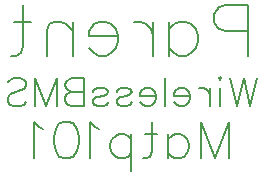
<source format=gbo>
G04 Layer: BottomSilkscreenLayer*
G04 EasyEDA v6.5.40, 2024-02-04 04:02:13*
G04 e3b7e928b75e4f6ab1737eb406526b54,153482dac41149f1974aef67bcea995d,10*
G04 Gerber Generator version 0.2*
G04 Scale: 100 percent, Rotated: No, Reflected: No *
G04 Dimensions in millimeters *
G04 leading zeros omitted , absolute positions ,4 integer and 5 decimal *
%FSLAX45Y45*%
%MOMM*%

%ADD10C,0.2032*%

%LPD*%
D10*
X2844800Y8569391D02*
G01*
X2844800Y8139846D01*
X2844800Y8569391D02*
G01*
X2660708Y8569391D01*
X2599347Y8548936D01*
X2578892Y8528481D01*
X2558437Y8487572D01*
X2558437Y8426208D01*
X2578892Y8385299D01*
X2599347Y8364844D01*
X2660708Y8344390D01*
X2844800Y8344390D01*
X2177983Y8426208D02*
G01*
X2177983Y8139846D01*
X2177983Y8364844D02*
G01*
X2218893Y8405754D01*
X2259802Y8426208D01*
X2321163Y8426208D01*
X2362072Y8405754D01*
X2402982Y8364844D01*
X2423436Y8303480D01*
X2423436Y8262571D01*
X2402982Y8201207D01*
X2362072Y8160298D01*
X2321163Y8139846D01*
X2259802Y8139846D01*
X2218893Y8160298D01*
X2177983Y8201207D01*
X2042982Y8426208D02*
G01*
X2042982Y8139846D01*
X2042982Y8303480D02*
G01*
X2022528Y8364844D01*
X1981619Y8405754D01*
X1940709Y8426208D01*
X1879348Y8426208D01*
X1744347Y8303480D02*
G01*
X1498894Y8303480D01*
X1498894Y8344390D01*
X1519349Y8385299D01*
X1539803Y8405754D01*
X1580710Y8426208D01*
X1642074Y8426208D01*
X1682983Y8405754D01*
X1723892Y8364844D01*
X1744347Y8303480D01*
X1744347Y8262571D01*
X1723892Y8201207D01*
X1682983Y8160298D01*
X1642074Y8139846D01*
X1580710Y8139846D01*
X1539803Y8160298D01*
X1498894Y8201207D01*
X1363893Y8426208D02*
G01*
X1363893Y8139846D01*
X1363893Y8344390D02*
G01*
X1302529Y8405754D01*
X1261620Y8426208D01*
X1200256Y8426208D01*
X1159349Y8405754D01*
X1138895Y8344390D01*
X1138895Y8139846D01*
X942530Y8569391D02*
G01*
X942530Y8221662D01*
X922075Y8160298D01*
X881166Y8139846D01*
X840257Y8139846D01*
X1003894Y8426208D02*
G01*
X860712Y8426208D01*
X2921010Y7948472D02*
G01*
X2864192Y7709837D01*
X2807373Y7948472D02*
G01*
X2864192Y7709837D01*
X2807373Y7948472D02*
G01*
X2750555Y7709837D01*
X2693738Y7948472D02*
G01*
X2750555Y7709837D01*
X2618737Y7948472D02*
G01*
X2607373Y7937108D01*
X2596012Y7948472D01*
X2607373Y7959836D01*
X2618737Y7948472D01*
X2607373Y7868927D02*
G01*
X2607373Y7709837D01*
X2521010Y7868927D02*
G01*
X2521010Y7709837D01*
X2521010Y7800746D02*
G01*
X2509647Y7834835D01*
X2486919Y7857563D01*
X2464193Y7868927D01*
X2430101Y7868927D01*
X2355103Y7800746D02*
G01*
X2218738Y7800746D01*
X2218738Y7823471D01*
X2230102Y7846199D01*
X2241466Y7857563D01*
X2264194Y7868927D01*
X2298283Y7868927D01*
X2321011Y7857563D01*
X2343739Y7834835D01*
X2355103Y7800746D01*
X2355103Y7778018D01*
X2343739Y7743926D01*
X2321011Y7721198D01*
X2298283Y7709837D01*
X2264194Y7709837D01*
X2241466Y7721198D01*
X2218738Y7743926D01*
X2143739Y7948472D02*
G01*
X2143739Y7709837D01*
X2068738Y7800746D02*
G01*
X1932376Y7800746D01*
X1932376Y7823471D01*
X1943740Y7846199D01*
X1955104Y7857563D01*
X1977829Y7868927D01*
X2011921Y7868927D01*
X2034649Y7857563D01*
X2057374Y7834835D01*
X2068738Y7800746D01*
X2068738Y7778018D01*
X2057374Y7743926D01*
X2034649Y7721198D01*
X2011921Y7709837D01*
X1977829Y7709837D01*
X1955104Y7721198D01*
X1932376Y7743926D01*
X1732376Y7834835D02*
G01*
X1743740Y7857563D01*
X1777829Y7868927D01*
X1811921Y7868927D01*
X1846011Y7857563D01*
X1857375Y7834835D01*
X1846011Y7812107D01*
X1823285Y7800746D01*
X1766465Y7789382D01*
X1743740Y7778018D01*
X1732376Y7755290D01*
X1732376Y7743926D01*
X1743740Y7721198D01*
X1777829Y7709837D01*
X1811921Y7709837D01*
X1846011Y7721198D01*
X1857375Y7743926D01*
X1532376Y7834835D02*
G01*
X1543740Y7857563D01*
X1577830Y7868927D01*
X1611922Y7868927D01*
X1646011Y7857563D01*
X1657375Y7834835D01*
X1646011Y7812107D01*
X1623286Y7800746D01*
X1566466Y7789382D01*
X1543740Y7778018D01*
X1532376Y7755290D01*
X1532376Y7743926D01*
X1543740Y7721198D01*
X1577830Y7709837D01*
X1611922Y7709837D01*
X1646011Y7721198D01*
X1657375Y7743926D01*
X1457375Y7948472D02*
G01*
X1457375Y7709837D01*
X1457375Y7948472D02*
G01*
X1355105Y7948472D01*
X1321013Y7937108D01*
X1309649Y7925744D01*
X1298285Y7903016D01*
X1298285Y7880291D01*
X1309649Y7857563D01*
X1321013Y7846199D01*
X1355105Y7834835D01*
X1457375Y7834835D02*
G01*
X1355105Y7834835D01*
X1321013Y7823471D01*
X1309649Y7812107D01*
X1298285Y7789382D01*
X1298285Y7755290D01*
X1309649Y7732562D01*
X1321013Y7721198D01*
X1355105Y7709837D01*
X1457375Y7709837D01*
X1223286Y7948472D02*
G01*
X1223286Y7709837D01*
X1223286Y7948472D02*
G01*
X1132377Y7709837D01*
X1041468Y7948472D02*
G01*
X1132377Y7709837D01*
X1041468Y7948472D02*
G01*
X1041468Y7709837D01*
X807377Y7914380D02*
G01*
X830105Y7937108D01*
X864196Y7948472D01*
X909650Y7948472D01*
X943742Y7937108D01*
X966467Y7914380D01*
X966467Y7891653D01*
X955106Y7868927D01*
X943742Y7857563D01*
X921014Y7846199D01*
X852832Y7823471D01*
X830105Y7812107D01*
X818741Y7800746D01*
X807377Y7778018D01*
X807377Y7743926D01*
X830105Y7721198D01*
X864196Y7709837D01*
X909650Y7709837D01*
X943742Y7721198D01*
X966467Y7743926D01*
X2679694Y7579654D02*
G01*
X2679694Y7269426D01*
X2679694Y7579654D02*
G01*
X2561513Y7269426D01*
X2443332Y7579654D02*
G01*
X2561513Y7269426D01*
X2443332Y7579654D02*
G01*
X2443332Y7269426D01*
X2168560Y7476246D02*
G01*
X2168560Y7269426D01*
X2168560Y7431925D02*
G01*
X2198105Y7461473D01*
X2227651Y7476246D01*
X2271969Y7476246D01*
X2301514Y7461473D01*
X2331059Y7431925D01*
X2345832Y7387607D01*
X2345832Y7358062D01*
X2331059Y7313744D01*
X2301514Y7284199D01*
X2271969Y7269426D01*
X2227651Y7269426D01*
X2198105Y7284199D01*
X2168560Y7313744D01*
X2026742Y7579654D02*
G01*
X2026742Y7328517D01*
X2011969Y7284199D01*
X1982424Y7269426D01*
X1952879Y7269426D01*
X2071060Y7476246D02*
G01*
X1967651Y7476246D01*
X1855378Y7476246D02*
G01*
X1855378Y7166018D01*
X1855378Y7431925D02*
G01*
X1825833Y7461473D01*
X1796287Y7476246D01*
X1751970Y7476246D01*
X1722424Y7461473D01*
X1692879Y7431925D01*
X1678106Y7387607D01*
X1678106Y7358062D01*
X1692879Y7313744D01*
X1722424Y7284199D01*
X1751970Y7269426D01*
X1796287Y7269426D01*
X1825833Y7284199D01*
X1855378Y7313744D01*
X1580606Y7520564D02*
G01*
X1551061Y7535336D01*
X1506743Y7579654D01*
X1506743Y7269426D01*
X1320606Y7579654D02*
G01*
X1364924Y7564881D01*
X1394470Y7520564D01*
X1409242Y7446698D01*
X1409242Y7402380D01*
X1394470Y7328517D01*
X1364924Y7284199D01*
X1320606Y7269426D01*
X1291061Y7269426D01*
X1246743Y7284199D01*
X1217198Y7328517D01*
X1202425Y7402380D01*
X1202425Y7446698D01*
X1217198Y7520564D01*
X1246743Y7564881D01*
X1291061Y7579654D01*
X1320606Y7579654D01*
X1104925Y7520564D02*
G01*
X1075380Y7535336D01*
X1031062Y7579654D01*
X1031062Y7269426D01*
M02*

</source>
